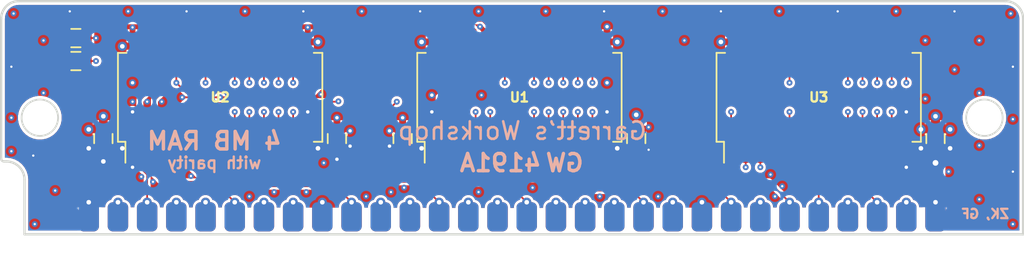
<source format=kicad_pcb>
(kicad_pcb (version 20221018) (generator pcbnew)
  (title_block (title "GW4191A") (date "2021-06-19") (rev "1.0-SOJ") (company "Garrett's Workshop"))
  (layers (0 "F.Cu" signal) (1 "In1.Cu" power) (2 "In2.Cu" signal) (31 "B.Cu" power) (34 "B.Paste" user) (35 "F.Paste" user) (36 "B.SilkS" user "B.Silkscreen") (37 "F.SilkS" user "F.Silkscreen") (38 "B.Mask" user) (39 "F.Mask" user) (44 "Edge.Cuts" user))
  (net 0 "")
  (net 1 "+5V")
  (net 2 "/D0")
  (net 3 "/D1")
  (net 4 "/~{WE}")
  (net 5 "/~{RAS}")
  (net 6 "/~{CAS}")
  (net 7 "/D2")
  (net 8 "/D3")
  (net 9 "GND")
  (net 10 "/D4")
  (net 11 "/D5")
  (net 12 "/D6")
  (net 13 "/A11")
  (net 14 "/D7")
  (net 15 "/QP")
  (net 16 "/~{CASP}")
  (net 17 "/DP")
  (net 18 "/1A0")
  (net 19 "/1A1")
  (net 20 "/1A2")
  (net 21 "/1A3")
  (net 22 "/1A4")
  (net 23 "/1A5")
  (net 24 "/1A6")
  (net 25 "/1A7")
  (net 26 "/1A8")
  (net 27 "/1A10")
  (net 28 "/1A9")
  (net 29 "/~{OE}")
  (net 30 "Net-(U3-Pad4)")
  (net 31 "Net-(U3-Pad23)")
  (footprint "stdpads:C_0805" (layer "F.Cu") (at 85.09 93.257 90)
    (fp_text reference "C1")
    (fp_text value "2u2")
  )
  (footprint "stdpads:C_0805" (layer "F.Cu") (at 105.41 93.257 90)
    (fp_text reference "C2")
    (fp_text value "2u2")
  )
  (footprint "stdpads:C_0805" (layer "F.Cu") (at 111.125 93.257 90)
    (fp_text reference "C3")
    (fp_text value "2u2")
  )
  (footprint "stdpads:C_0805" (layer "F.Cu") (at 131.445 93.257 90)
    (fp_text reference "C4")
    (fp_text value "2u2")
  )
  (footprint "stdpads:C_0805" (layer "F.Cu") (at 157.48 93.257 90)
    (fp_text reference "C5")
    (fp_text value "2u2")
  )
  (footprint "stdpads:SIMM-30_Edge" (layer "F.Cu") (at 120.65 99.822)
    (fp_text reference "J1")
    (fp_text value "DRAM-SIMM-30")
  )
  (footprint "stdpads:R_0805" (layer "F.Cu") (at 82.7 86.5 180)
    (fp_text reference "R1")
    (fp_text value "EDO")
  )
  (footprint "stdpads:R_0805" (layer "F.Cu") (at 82.7 84.5)
    (fp_text reference "R2")
    (fp_text value "FPM")
  )
  (footprint "stdpads:SOP-24-26_300mil" (layer "F.Cu") (at 121.285 89.662 90)
    (fp_text reference "U1")
    (fp_text value "4C4M4")
  )
  (footprint "stdpads:SOP-24-26_300mil" (layer "F.Cu") (at 95.25 89.662 90)
    (fp_text reference "U2")
    (fp_text value "4C4M4")
  )
  (footprint "stdpads:SOP-20-26_300mil" (layer "F.Cu") (at 147.32 89.662 90)
    (fp_text reference "U3")
    (fp_text value "4C4M1")
  )
  (gr_circle (center 79.5655 91.44) (end 77.978 91.44) (stroke (width 0.15)) (fill none) (layer "Edge.Cuts"))
  (gr_circle (center 161.7345 91.44) (end 163.322 91.44) (stroke (width 0.15)) (fill none) (layer "Edge.Cuts"))
  (gr_arc (start 163.576 81.28) (mid 164.653631 81.726369) (end 165.1 82.804) (stroke (width 0.2)) (layer "Edge.Cuts"))
  (gr_arc (start 76.2 82.804) (mid 76.646369 81.726369) (end 77.724 81.28) (stroke (width 0.2)) (layer "Edge.Cuts"))
  (gr_arc (start 76.454 95.25) (mid 76.274395 95.175605) (end 76.2 94.996) (stroke (width 0.2)) (layer "Edge.Cuts"))
  (gr_line (start 76.6445 95.25) (end 76.454 95.25) (stroke (width 0.2)) (layer "Edge.Cuts"))
  (gr_line (start 78.232 101.6) (end 78.232 96.8375) (stroke (width 0.2)) (layer "Edge.Cuts"))
  (gr_line (start 76.2 94.996) (end 76.2 82.804) (stroke (width 0.2)) (layer "Edge.Cuts"))
  (gr_arc (start 76.6445 95.25) (mid 77.767032 95.714968) (end 78.232 96.8375) (stroke (width 0.2)) (layer "Edge.Cuts"))
  (gr_line (start 77.724 81.28) (end 163.576 81.28) (stroke (width 0.2)) (layer "Edge.Cuts"))
  (gr_line (start 165.1 82.804) (end 165.1 101.6) (stroke (width 0.2)) (layer "Edge.Cuts"))
  (gr_line (start 165.1 101.6) (end 78.232 101.6) (stroke (width 0.2)) (layer "Edge.Cuts"))
  (gr_text "GW" (at 125.222 95.377) (layer "B.SilkS") (effects (font (size 1.5 1.5) (thickness 0.3)) (justify mirror)))
  (gr_text "4191A" (at 119.634 95.377) (layer "B.SilkS") (effects (font (size 1.5 1.5) (thickness 0.3)) (justify mirror)))
  (gr_text "Garrett’s Workshop" (at 121.539 92.583) (layer "B.SilkS") (effects (font (size 1.524 1.524) (thickness 0.225)) (justify mirror)))
  (gr_text "with parity" (at 94.742 95.377) (layer "B.SilkS") (effects (font (size 1.016 1.016) (thickness 0.2032)) (justify mirror)))
  (gr_text "4 MB RAM" (at 94.742 93.472) (layer "B.SilkS") (effects (font (size 1.524 1.524) (thickness 0.3)) (justify mirror)))
  (gr_text "ZK, GF" (at 161.798 99.822) (layer "B.SilkS") (effects (font (size 0.8128 0.8128) (thickness 0.2032)) (justify mirror)))
  (segment (start 112.776 94.107) (end 113.66 94.107) (width 0.508) (layer "F.Cu") (net 1))
  (segment (start 128.91 94.107) (end 128.905 94.112) (width 0.508) (layer "F.Cu") (net 1))
  (segment (start 129.794 94.107) (end 128.91 94.107) (width 0.508) (layer "F.Cu") (net 1))
  (segment (start 113.66 94.107) (end 113.665 94.112) (width 0.508) (layer "F.Cu") (net 1))
  (segment (start 157.48 95.377) (end 157.48 94.107) (width 0.762) (layer "F.Cu") (net 1))
  (segment (start 106.3625 94.107) (end 106.553 93.9165) (width 0.6) (layer "F.Cu") (net 1))
  (segment (start 154.94 93.362) (end 154.94 95.758) (width 0.6) (layer "F.Cu") (net 1))
  (segment (start 110.1725 94.107) (end 109.982 93.9165) (width 0.6) (layer "F.Cu") (net 1))
  (segment (start 85.09 94.107) (end 86.741 94.107) (width 0.762) (layer "F.Cu") (net 1))
  (segment (start 157.48 94.107) (end 158.75 94.107) (width 0.8) (layer "F.Cu") (net 1))
  (segment (start 111.125 94.107) (end 112.776 94.107) (width 0.762) (layer "F.Cu") (net 1))
  (segment (start 154.94 94.107) (end 154.94 93.362) (width 0.6) (layer "F.Cu") (net 1))
  (segment (start 157.48 94.107) (end 156.21 94.107) (width 0.8) (layer "F.Cu") (net 1))
  (segment (start 103.759 94.107) (end 102.875 94.107) (width 0.508) (layer "F.Cu") (net 1))
  (segment (start 105.41 94.107) (end 106.3625 94.107) (width 0.6) (layer "F.Cu") (net 1))
  (segment (start 131.445 94.107) (end 132.3975 94.107) (width 0.508) (layer "F.Cu") (net 1))
  (segment (start 132.3975 94.107) (end 132.5245 94.234) (width 0.508) (layer "F.Cu") (net 1))
  (segment (start 85.09 94.107) (end 83.82 94.107) (width 0.762) (layer "F.Cu") (net 1))
  (segment (start 128.905 94.112) (end 128.905 90.932) (width 0.6) (layer "F.Cu") (net 1))
  (segment (start 102.87 94.112) (end 102.87 90.932) (width 0.6) (layer "F.Cu") (net 1))
  (segment (start 113.665 94.112) (end 113.665 90.932) (width 0.6) (layer "F.Cu") (net 1))
  (segment (start 102.875 94.107) (end 102.87 94.112) (width 0.508) (layer "F.Cu") (net 1))
  (segment (start 157.48 98.806) (end 157.48 95.377) (width 1.27) (layer "F.Cu") (net 1))
  (segment (start 87.63 94.112) (end 87.63 90.932) (width 0.6) (layer "F.Cu") (net 1))
  (segment (start 86.741 94.107) (end 87.625 94.107) (width 0.508) (layer "F.Cu") (net 1))
  (segment (start 154.94 93.362) (end 154.94 90.932) (width 0.6) (layer "F.Cu") (net 1))
  (segment (start 105.41 94.107) (end 103.759 94.107) (width 0.762) (layer "F.Cu") (net 1))
  (segment (start 85.09 94.107) (end 85.09 95.25) (width 0.762) (layer "F.Cu") (net 1))
  (segment (start 131.445 94.107) (end 129.794 94.107) (width 0.762) (layer "F.Cu") (net 1))
  (segment (start 156.21 94.107) (end 154.94 94.107) (width 0.6) (layer "F.Cu") (net 1))
  (segment (start 105.41 94.107) (end 105.41 95.0595) (width 0.6) (layer "F.Cu") (net 1))
  (segment (start 87.63 94.112) (end 87.63 95.758) (width 0.6) (layer "F.Cu") (net 1))
  (segment (start 87.625 94.107) (end 87.63 94.112) (width 0.508) (layer "F.Cu") (net 1))
  (segment (start 111.125 94.107) (end 110.1725 94.107) (width 0.6) (layer "F.Cu") (net 1))
  (via (at 129.794 94.107) (size 0.8) (drill 0.4) (layers "F.Cu" "B.Cu") (net 1))
  (via (at 112.776 94.107) (size 0.8) (drill 0.4) (layers "F.Cu" "B.Cu") (net 1))
  (via (at 77.089 86.995) (size 0.508) (drill 0.2) (layers "F.Cu" "B.Cu") (net 1))
  (via (at 164.211 86.995) (size 0.508) (drill 0.2) (layers "F.Cu" "B.Cu") (net 1))
  (via (at 164.211 96.139) (size 0.508) (drill 0.2) (layers "F.Cu" "B.Cu") (net 1))
  (via (at 78.994 94.742) (size 0.508) (drill 0.2) (layers "F.Cu" "B.Cu") (net 1))
  (via (at 159.131 82.169) (size 0.508) (drill 0.2) (layers "F.Cu" "B.Cu") (net 1))
  (via (at 148.971 82.169) (size 0.508) (drill 0.2) (layers "F.Cu" "B.Cu") (net 1))
  (via (at 92.329 82.169) (size 0.508) (drill 0.2) (layers "F.Cu" "B.Cu") (net 1))
  (via (at 102.489 82.169) (size 0.508) (drill 0.2) (layers "F.Cu" "B.Cu") (net 1))
  (via (at 138.811 82.169) (size 0.508) (drill 0.2) (layers "F.Cu" "B.Cu") (net 1))
  (via (at 82.169 82.169) (size 0.508) (drill 0.2) (layers "F.Cu" "B.Cu") (net 1))
  (via (at 112.649 82.169) (size 0.508) (drill 0.2) (layers "F.Cu" "B.Cu") (net 1))
  (via (at 128.651 82.169) (size 0.508) (drill 0.2) (layers "F.Cu" "B.Cu") (net 1))
  (via (at 85.09 95.25) (size 0.8) (drill 0.4) (layers "F.Cu" "B.Cu") (net 1))
  (via (at 158.75 94.107) (size 0.8) (drill 0.4) (layers "F.Cu" "B.Cu") (net 1))
  (via (at 103.759 94.107) (size 0.8) (drill 0.4) (layers "F.Cu" "B.Cu") (net 1))
  (via (at 105.41 95.0595) (size 0.6) (drill 0.3) (layers "F.Cu" "B.Cu") (net 1))
  (via (at 132.5245 94.234) (size 0.508) (drill 0.2) (layers "F.Cu" "B.Cu") (net 1))
  (via (at 128.905 90.932) (size 0.6) (drill 0.3) (layers "F.Cu" "B.Cu") (net 1))
  (via (at 83.82 94.107) (size 0.8) (drill 0.4) (layers "F.Cu" "B.Cu") (net 1))
  (via (at 87.63 90.932) (size 0.6) (drill 0.3) (layers "F.Cu" "B.Cu") (net 1))
  (via (at 102.87 90.932) (size 0.6) (drill 0.3) (layers "F.Cu" "B.Cu") (net 1))
  (via (at 87.63 95.758) (size 0.6) (drill 0.3) (layers "F.Cu" "B.Cu") (net 1))
  (via (at 154.94 90.932) (size 0.6) (drill 0.3) (layers "F.Cu" "B.Cu") (net 1))
  (via (at 86.741 94.107) (size 0.8) (drill 0.4) (layers "F.Cu" "B.Cu") (net 1))
  (via (at 156.21 94.107) (size 0.8) (drill 0.4) (layers "F.Cu" "B.Cu") (net 1))
  (via (at 154.94 95.758) (size 0.6) (drill 0.3) (layers "F.Cu" "B.Cu") (net 1))
  (via (at 106.553 93.9165) (size 0.6) (drill 0.3) (layers "F.Cu" "B.Cu") (net 1))
  (via (at 109.982 93.9165) (size 0.6) (drill 0.3) (layers "F.Cu" "B.Cu") (net 1))
  (via (at 157.48 95.377) (size 1) (drill 0.5) (layers "F.Cu" "B.Cu") (net 1))
  (via (at 113.665 90.932) (size 0.6) (drill 0.3) (layers "F.Cu" "B.Cu") (net 1))
  (segment (start 88.9 98.806) (end 88.9 96.393) (width 0.1524) (layer "F.Cu") (net 2))
  (segment (start 88.265 95.758) (end 88.265 89.916) (width 0.1524) (layer "F.Cu") (net 2))
  (segment (start 88.265 89.916) (end 88.9 89.281) (width 0.1524) (layer "F.Cu") (net 2))
  (segment (start 88.9 96.393) (end 88.265 95.758) (width 0.1524) (layer "F.Cu") (net 2))
  (segment (start 88.9 89.281) (end 88.9 85.962) (width 0.1524) (layer "F.Cu") (net 2))
  (segment (start 95.504 97.79) (end 90.932 97.79) (width 0.1524) (layer "F.Cu") (net 3))
  (segment (start 96.52 98.806) (end 95.504 97.79) (width 0.1524) (layer "F.Cu") (net 3))
  (segment (start 90.932 97.79) (end 88.9 95.758) (width 0.1524) (layer "F.Cu") (net 3))
  (segment (start 88.9 95.758) (end 88.9 94.112) (width 0.1524) (layer "F.Cu") (net 3))
  (segment (start 117.475 94.112) (end 117.475 90.932) (width 0.1524) (layer "F.Cu") (net 4))
  (segment (start 94.869 90.043) (end 92.329 90.043) (width 0.1524) (layer "F.Cu") (net 4))
  (segment (start 105.537 90.01125) (end 105.50525 90.043) (width 0.1524) (layer "F.Cu") (net 4))
  (segment (start 91.44 90.932) (end 91.44 94.112) (width 0.1524) (layer "F.Cu") (net 4))
  (segment (start 95.631 90.043) (end 95.504 90.17) (width 0.1524) (layer "F.Cu") (net 4))
  (segment (start 94.996 90.17) (end 94.869 90.043) (width 0.1524) (layer "F.Cu") (net 4))
  (segment (start 105.50525 90.043) (end 95.631 90.043) (width 0.1524) (layer "F.Cu") (net 4))
  (segment (start 140.97 93.362) (end 140.97 95.758) (width 0.1524) (layer "F.Cu") (net 4))
  (segment (start 95.504 90.17) (end 94.996 90.17) (width 0.1524) (layer "F.Cu") (net 4))
  (segment (start 92.329 90.043) (end 91.44 90.932) (width 0.1524) (layer "F.Cu") (net 4))
  (via (at 117.475 90.932) (size 0.508) (drill 0.2) (layers "F.Cu" "B.Cu") (net 4))
  (via (at 105.537 90.01125) (size 0.508) (drill 0.2) (layers "F.Cu" "B.Cu") (net 4))
  (via (at 140.97 95.758) (size 0.508) (drill 0.2) (layers "F.Cu" "B.Cu") (net 4))
  (segment (start 118.745 94.112) (end 118.745 90.932) (width 0.1524) (layer "F.Cu") (net 5))
  (segment (start 108.331 92.329) (end 108.331 94.107) (width 0.1524) (layer "F.Cu") (net 5))
  (segment (start 142.24 93.362) (end 142.24 95.758) (width 0.1524) (layer "F.Cu") (net 5))
  (segment (start 108.331 94.107) (end 106.045 96.393) (width 0.1524) (layer "F.Cu") (net 5))
  (segment (start 106.045 96.393) (end 93.345 96.393) (width 0.1524) (layer "F.Cu") (net 5))
  (segment (start 92.71 95.758) (end 92.71 93.362) (width 0.1524) (layer "F.Cu") (net 5))
  (segment (start 93.345 96.393) (end 92.71 95.758) (width 0.1524) (layer "F.Cu") (net 5))
  (segment (start 110.617 90.043) (end 108.331 92.329) (width 0.1524) (layer "F.Cu") (net 5))
  (via (at 118.745 90.932) (size 0.508) (drill 0.2) (layers "F.Cu" "B.Cu") (net 5))
  (via (at 110.617 90.043) (size 0.508) (drill 0.2) (layers "F.Cu" "B.Cu") (net 5))
  (via (at 142.24 95.758) (size 0.508) (drill 0.2) (layers "F.Cu" "B.Cu") (net 5))
  (segment (start 103.3145 89.281) (end 95.631 89.281) (width 0.1524) (layer "F.Cu") (net 6))
  (segment (start 117.475 83.82) (end 116.967 83.312) (width 0.1524) (layer "F.Cu") (net 6))
  (segment (start 116.967 83.312) (end 109.2835 83.312) (width 0.1524) (layer "F.Cu") (net 6))
  (segment (start 94.996 89.154) (end 94.869 89.281) (width 0.1524) (layer "F.Cu") (net 6))
  (segment (start 109.2835 83.312) (end 103.3145 89.281) (width 0.1524) (layer "F.Cu") (net 6))
  (segment (start 84.45 86.5) (end 83.65 86.5) (width 0.1524) (layer "F.Cu") (net 6))
  (segment (start 95.631 89.281) (end 95.504 89.154) (width 0.1524) (layer "F.Cu") (net 6))
  (segment (start 95.504 89.154) (end 94.996 89.154) (width 0.1524) (layer "F.Cu") (net 6))
  (segment (start 91.44 88.392) (end 91.44 85.212) (width 0.1524) (layer "F.Cu") (net 6))
  (segment (start 94.869 89.281) (end 92.329 89.281) (width 0.1524) (layer "F.Cu") (net 6))
  (segment (start 117.475 85.212) (end 117.475 83.82) (width 0.1524) (layer "F.Cu") (net 6))
  (segment (start 92.329 89.281) (end 91.44 88.392) (width 0.1524) (layer "F.Cu") (net 6))
  (via (at 91.44 88.392) (size 0.508) (drill 0.2) (layers "F.Cu" "B.Cu") (net 6))
  (via (at 84.45 86.5) (size 0.508) (drill 0.2) (layers "F.Cu" "B.Cu") (net 6))
  (segment (start 90.17 85.212) (end 90.17 89.281) (width 0.1524) (layer "F.Cu") (net 7))
  (segment (start 90.17 89.281) (end 89.535 89.916) (width 0.1524) (layer "F.Cu") (net 7))
  (segment (start 89.535 95.758) (end 91.186 97.409) (width 0.1524) (layer "F.Cu") (net 7))
  (segment (start 105.283 97.409) (end 106.68 98.806) (width 0.1524) (layer "F.Cu") (net 7))
  (segment (start 91.186 97.409) (end 105.283 97.409) (width 0.1524) (layer "F.Cu") (net 7))
  (segment (start 89.535 89.916) (end 89.535 95.758) (width 0.1524) (layer "F.Cu") (net 7))
  (segment (start 90.17 94.112) (end 90.17 95.758) (width 0.1524) (layer "F.Cu") (net 8))
  (segment (start 112.522 97.028) (end 114.3 98.806) (width 0.1524) (layer "F.Cu") (net 8))
  (segment (start 90.17 95.758) (end 91.44 97.028) (width 0.1524) (layer "F.Cu") (net 8))
  (segment (start 91.44 97.028) (end 112.522 97.028) (width 0.1524) (layer "F.Cu") (net 8))
  (segment (start 129.794 84.836) (end 129.032 84.836) (width 0.6) (layer "F.Cu") (net 9))
  (segment (start 128.905 84.963) (end 128.905 85.962) (width 0.6) (layer "F.Cu") (net 9))
  (segment (start 129.032 84.836) (end 128.905 84.963) (width 0.6) (layer "F.Cu") (net 9))
  (segment (start 138.811 84.836) (end 139.62859 84.836) (width 0.6) (layer "F.Cu") (net 9))
  (segment (start 139.7 84.90741) (end 139.7 85.962) (width 0.6) (layer "F.Cu") (net 9))
  (segment (start 139.62859 84.836) (end 139.7 84.90741) (width 0.6) (layer "F.Cu") (net 9))
  (segment (start 113.665 84.90741) (end 113.665 85.962) (width 0.6) (layer "F.Cu") (net 9))
  (segment (start 83.869 92.407) (end 83.82 92.456) (width 0.762) (layer "F.Cu") (net 9))
  (segment (start 102.87 85.212) (end 102.87 83.566) (width 0.508) (layer "F.Cu") (net 9))
  (segment (start 156.259 92.407) (end 156.21 92.456) (width 0.8) (layer "F.Cu") (net 9))
  (segment (start 128.905 85.212) (end 128.905 88.392) (width 0.6) (layer "F.Cu") (net 9))
  (segment (start 158.701 92.407) (end 158.75 92.456) (width 0.8) (layer "F.Cu") (net 9))
  (segment (start 131.445 92.407) (end 132.383 92.407) (width 0.508) (layer "F.Cu") (net 9))
  (segment (start 132.383 92.407) (end 132.5245 92.2655) (width 0.508) (layer "F.Cu") (net 9))
  (segment (start 103.759 84.836) (end 102.997 84.836) (width 0.6) (layer "F.Cu") (net 9))
  (segment (start 131.445 92.407) (end 131.445 91.186) (width 0.762) (layer "F.Cu") (net 9))
  (segment (start 157.48 92.407) (end 158.701 92.407) (width 0.8) (layer "F.Cu") (net 9))
  (segment (start 105.41 92.407) (end 105.41 91.44) (width 0.6) (layer "F.Cu") (net 9))
  (segment (start 105.41 92.407) (end 106.377 92.407) (width 0.6) (layer "F.Cu") (net 9))
  (segment (start 87.63 85.212) (end 87.63 88.392) (width 0.6) (layer "F.Cu") (net 9))
  (segment (start 86.746 85.212) (end 86.741 85.217) (width 0.6) (layer "F.Cu") (net 9))
  (segment (start 112.776 84.836) (end 113.59359 84.836) (width 0.6) (layer "F.Cu") (net 9))
  (segment (start 102.87 84.963) (end 102.87 85.962) (width 0.6) (layer "F.Cu") (net 9))
  (segment (start 128.905 83.5025) (end 128.905 85.212) (width 0.6) (layer "F.Cu") (net 9))
  (segment (start 102.997 84.836) (end 102.87 84.963) (width 0.6) (layer "F.Cu") (net 9))
  (segment (start 113.59359 84.836) (end 113.665 84.90741) (width 0.6) (layer "F.Cu") (net 9))
  (segment (start 113.665 85.962) (end 113.665 89.4715) (width 0.6) (layer "F.Cu") (net 9))
  (segment (start 87.63 85.212) (end 86.746 85.212) (width 0.6) (layer "F.Cu") (net 9))
  (segment (start 157.48 92.407) (end 156.259 92.407) (width 0.8) (layer "F.Cu") (net 9))
  (segment (start 111.125 92.407) (end 111.125 91.44) (width 0.6) (layer "F.Cu") (net 9))
  (segment (start 87.63 85.212) (end 87.63 83.566) (width 0.508) (layer "F.Cu") (net 9))
  (segment (start 85.09 92.407) (end 83.869 92.407) (width 0.762) (layer "F.Cu") (net 9))
  (segment (start 106.377 92.407) (end 106.553 92.583) (width 0.6) (layer "F.Cu") (net 9))
  (segment (start 83.65 84.5) (end 84.45 84.5) (width 0.1524) (layer "F.Cu") (net 9))
  (segment (start 157.48 92.407) (end 157.48 91.313) (width 0.8) (layer "F.Cu") (net 9))
  (segment (start 85.09 92.407) (end 85.09 91.313) (width 0.762) (layer "F.Cu") (net 9))
  (segment (start 110.158 92.407) (end 109.982 92.583) (width 0.6) (layer "F.Cu") (net 9))
  (segment (start 111.125 92.407) (end 110.158 92.407) (width 0.6) (layer "F.Cu") (net 9))
  (via (at 104.267 95.377) (size 0.508) (drill 0.2) (layers "F.Cu" "B.Cu") (net 9))
  (via (at 95.25 89.662) (size 0.508) (drill 0.2) (layers "F.Cu" "B.Cu") (net 9))
  (via (at 92.71 96.52) (size 0.508) (drill 0.2) (layers "F.Cu" "B.Cu") (net 9))
  (via (at 111.252 97.536) (size 0.508) (drill 0.2) (layers "F.Cu" "B.Cu") (net 9))
  (via (at 117.729 97.917) (size 0.508) (drill 0.2) (layers "F.Cu" "B.Cu") (net 9))
  (via (at 89.408 97.028) (size 0.508) (drill 0.2) (layers "F.Cu" "B.Cu") (net 9))
  (via (at 88.392 96.5835) (size 0.508) (drill 0.2) (layers "F.Cu" "B.Cu") (net 9))
  (via (at 144.145 97.409) (size 0.508) (drill 0.2) (layers "F.Cu" "B.Cu") (net 9))
  (via (at 143.129 96.393) (size 0.508) (drill 0.2) (layers "F.Cu" "B.Cu") (net 9))
  (via (at 88.9 90.043) (size 0.508) (drill 0.2) (layers "F.Cu" "B.Cu") (net 9))
  (via (at 87.63 90.043) (size 0.508) (drill 0.2) (layers "F.Cu" "B.Cu") (net 9))
  (via (at 90.17 90.043) (size 0.508) (drill 0.2) (layers "F.Cu" "B.Cu") (net 9))
  (via (at 91.948 89.662) (size 0.508) (drill 0.2) (layers "F.Cu" "B.Cu") (net 9))
  (via (at 117.983 89.4715) (size 0.508) (drill 0.2) (layers "F.Cu" "B.Cu") (net 9))
  (via (at 122.428 97.536) (size 0.508) (drill 0.2) (layers "F.Cu" "B.Cu") (net 9))
  (via (at 164.0205 82.3595) (size 0.508) (drill 0.2) (layers "F.Cu" "B.Cu") (net 9))
  (via (at 164.211 100.711) (size 0.508) (drill 0.2) (layers "F.Cu" "B.Cu") (net 9))
  (via (at 79.121 100.711) (size 0.508) (drill 0.2) (layers "F.Cu" "B.Cu") (net 9))
  (via (at 77.089 91.44) (size 0.508) (drill 0.2) (layers "F.Cu" "B.Cu") (net 9))
  (via (at 79.883 84.709) (size 0.508) (drill 0.2) (layers "F.Cu" "B.Cu") (net 9))
  (via (at 161.29 84.709) (size 0.508) (drill 0.2) (layers "F.Cu" "B.Cu") (net 9))
  (via (at 161.29 89.281) (size 0.508) (drill 0.2) (layers "F.Cu" "B.Cu") (net 9))
  (via (at 161.29 93.853) (size 0.508) (drill 0.2) (layers "F.Cu" "B.Cu") (net 9))
  (via (at 161.29 98.552) (size 0.508) (drill 0.2) (layers "F.Cu" "B.Cu") (net 9))
  (via (at 80.899 97.79) (size 0.508) (drill 0.2) (layers "F.Cu" "B.Cu") (net 9))
  (via (at 79.883 89.281) (size 0.508) (drill 0.2) (layers "F.Cu" "B.Cu") (net 9))
  (via (at 133.35 98.298) (size 0.508) (drill 0.2) (layers "F.Cu" "B.Cu") (net 9))
  (via (at 110.109 97.917) (size 0.508) (drill 0.2) (layers "F.Cu" "B.Cu") (net 9))
  (via (at 102.743 97.917) (size 0.508) (drill 0.2) (layers "F.Cu" "B.Cu") (net 9))
  (via (at 99.949 97.917) (size 0.508) (drill 0.2) (layers "F.Cu" "B.Cu") (net 9))
  (via (at 97.79 98.298) (size 0.508) (drill 0.2) (layers "F.Cu" "B.Cu") (net 9))
  (via (at 158.623 96.139) (size 0.508) (drill 0.2) (layers "F.Cu" "B.Cu") (net 9))
  (via (at 104.013 89.408) (size 0.508) (drill 0.2) (layers "F.Cu" "B.Cu") (net 9))
  (via (at 164.211 91.567) (size 0.508) (drill 0.2) (layers "F.Cu" "B.Cu") (net 9))
  (via (at 156.591 89.789) (size 0.508) (drill 0.2) (layers "F.Cu" "B.Cu") (net 9))
  (via (at 159.131 87.249) (size 0.508) (drill 0.2) (layers "F.Cu" "B.Cu") (net 9))
  (via (at 156.591 84.709) (size 0.508) (drill 0.2) (layers "F.Cu" "B.Cu") (net 9))
  (via (at 77.2795 82.3595) (size 0.508) (drill 0.2) (layers "F.Cu" "B.Cu") (net 9))
  (via (at 154.051 82.169) (size 0.508) (drill 0.2) (layers "F.Cu" "B.Cu") (net 9))
  (via (at 87.249 82.169) (size 0.508) (drill 0.2) (layers "F.Cu" "B.Cu") (net 9))
  (via (at 97.409 82.169) (size 0.508) (drill 0.2) (layers "F.Cu" "B.Cu") (net 9))
  (via (at 143.891 82.169) (size 0.508) (drill 0.2) (layers "F.Cu" "B.Cu") (net 9))
  (via (at 117.856 83.5025) (size 0.508) (drill 0.2) (layers "F.Cu" "B.Cu") (net 9))
  (via (at 107.569 82.169) (size 0.508) (drill 0.2) (layers "F.Cu" "B.Cu") (net 9))
  (via (at 117.729 82.169) (size 0.508) (drill 0.2) (layers "F.Cu" "B.Cu") (net 9))
  (via (at 123.571 82.169) (size 0.508) (drill 0.2) (layers "F.Cu" "B.Cu") (net 9))
  (via (at 133.731 82.169) (size 0.508) (drill 0.2) (layers "F.Cu" "B.Cu") (net 9))
  (via (at 129.794 84.836) (size 0.8) (drill 0.4) (layers "F.Cu" "B.Cu") (net 9))
  (via (at 128.27 98.298) (size 0.508) (drill 0.2) (layers "F.Cu" "B.Cu") (net 9))
  (via (at 107.95 98.298) (size 0.508) (drill 0.2) (layers "F.Cu" "B.Cu") (net 9))
  (via (at 143.51 98.298) (size 0.508) (drill 0.2) (layers "F.Cu" "B.Cu") (net 9))
  (via (at 138.811 84.836) (size 0.8) (drill 0.4) (layers "F.Cu" "B.Cu") (net 9))
  (via (at 135.636 84.709) (size 0.508) (drill 0.2) (layers "F.Cu" "B.Cu") (net 9))
  (via (at 77.089 94.361) (size 0.508) (drill 0.2) (layers "F.Cu" "B.Cu") (net 9))
  (via (at 128.905 83.5025) (size 0.6) (drill 0.3) (layers "F.Cu" "B.Cu") (net 9))
  (via (at 131.445 91.186) (size 0.8) (drill 0.4) (layers "F.Cu" "B.Cu") (net 9))
  (via (at 132.5245 92.2655) (size 0.508) (drill 0.2) (layers "F.Cu" "B.Cu") (net 9))
  (via (at 158.75 92.456) (size 0.8) (drill 0.4) (layers "F.Cu" "B.Cu") (net 9))
  (via (at 106.553 92.583) (size 0.6) (drill 0.3) (layers "F.Cu" "B.Cu") (net 9))
  (via (at 85.09 91.313) (size 0.8) (drill 0.4) (layers "F.Cu" "B.Cu") (net 9))
  (via (at 86.741 85.217) (size 0.8) (drill 0.4) (layers "F.Cu" "B.Cu") (net 9))
  (via (at 87.63 83.566) (size 0.508) (drill 0.2) (layers "F.Cu" "B.Cu") (net 9))
  (via (at 113.665 89.4715) (size 0.6) (drill 0.3) (layers "F.Cu" "B.Cu") (net 9))
  (via (at 128.905 88.392) (size 0.6) (drill 0.3) (layers "F.Cu" "B.Cu") (net 9))
  (via (at 87.63 88.392) (size 0.6) (drill 0.3) (layers "F.Cu" "B.Cu") (net 9))
  (via (at 157.48 91.313) (size 0.8) (drill 0.4) (layers "F.Cu" "B.Cu") (net 9))
  (via (at 84.45 84.5) (size 0.508) (drill 0.2) (layers "F.Cu" "B.Cu") (net 9))
  (via (at 112.776 84.836) (size 0.8) (drill 0.4) (layers "F.Cu" "B.Cu") (net 9))
  (via (at 111.125 91.44) (size 0.6) (drill 0.3) (layers "F.Cu" "B.Cu") (net 9))
  (via (at 109.982 92.583) (size 0.6) (drill 0.3) (layers "F.Cu" "B.Cu") (net 9))
  (via (at 102.87 83.566) (size 0.508) (drill 0.2) (layers "F.Cu" "B.Cu") (net 9))
  (via (at 83.82 92.456) (size 0.8) (drill 0.4) (layers "F.Cu" "B.Cu") (net 9))
  (via (at 156.21 92.456) (size 0.8) (drill 0.4) (layers "F.Cu" "B.Cu") (net 9))
  (via (at 105.41 91.44) (size 0.6) (drill 0.3) (layers "F.Cu" "B.Cu") (net 9))
  (via (at 103.759 84.836) (size 0.8) (drill 0.4) (layers "F.Cu" "B.Cu") (net 9))
  (segment (start 115.697 97.155) (end 120.269 97.155) (width 0.1524) (layer "F.Cu") (net 10))
  (segment (start 120.269 97.155) (end 121.92 98.806) (width 0.1524) (layer "F.Cu") (net 10))
  (segment (start 114.3 89.662) (end 114.3 95.758) (width 0.1524) (layer "F.Cu") (net 10))
  (segment (start 114.3 95.758) (end 115.697 97.155) (width 0.1524) (layer "F.Cu") (net 10))
  (segment (start 114.935 89.027) (end 114.3 89.662) (width 0.1524) (layer "F.Cu") (net 10))
  (segment (start 114.935 85.962) (end 114.935 89.027) (width 0.1524) (layer "F.Cu") (net 10))
  (segment (start 124.206 97.79) (end 131.064 97.79) (width 0.1524) (layer "F.Cu") (net 11))
  (segment (start 115.951 96.774) (end 123.19 96.774) (width 0.1524) (layer "F.Cu") (net 11))
  (segment (start 123.19 96.774) (end 124.206 97.79) (width 0.1524) (layer "F.Cu") (net 11))
  (segment (start 131.064 97.79) (end 132.08 98.806) (width 0.1524) (layer "F.Cu") (net 11))
  (segment (start 114.935 93.362) (end 114.935 95.758) (width 0.1524) (layer "F.Cu") (net 11))
  (segment (start 114.935 95.758) (end 115.951 96.774) (width 0.1524) (layer "F.Cu") (net 11))
  (segment (start 116.205 89.027) (end 115.57 89.662) (width 0.1524) (layer "F.Cu") (net 12))
  (segment (start 115.57 89.662) (end 115.57 95.758) (width 0.1524) (layer "F.Cu") (net 12))
  (segment (start 123.317 96.393) (end 124.333 97.409) (width 0.1524) (layer "F.Cu") (net 12))
  (segment (start 138.303 97.409) (end 139.7 98.806) (width 0.1524) (layer "F.Cu") (net 12))
  (segment (start 115.57 95.758) (end 116.205 96.393) (width 0.1524) (layer "F.Cu") (net 12))
  (segment (start 124.333 97.409) (end 138.303 97.409) (width 0.1524) (layer "F.Cu") (net 12))
  (segment (start 116.205 96.393) (end 123.317 96.393) (width 0.1524) (layer "F.Cu") (net 12))
  (segment (start 116.205 85.212) (end 116.205 89.027) (width 0.1524) (layer "F.Cu") (net 12))
  (segment (start 123.444 96.012) (end 124.46 97.028) (width 0.1524) (layer "F.Cu") (net 14))
  (segment (start 124.46 97.028) (end 143.002 97.028) (width 0.1524) (layer "F.Cu") (net 14))
  (segment (start 116.459 96.012) (end 123.444 96.012) (width 0.1524) (layer "F.Cu") (net 14))
  (segment (start 116.205 93.362) (end 116.205 95.758) (width 0.1524) (layer "F.Cu") (net 14))
  (segment (start 143.002 97.028) (end 144.78 98.806) (width 0.1524) (layer "F.Cu") (net 14))
  (segment (start 116.205 95.758) (end 116.459 96.012) (width 0.1524) (layer "F.Cu") (net 14))
  (segment (start 147.32 92.075) (end 147.32 98.806) (width 0.1524) (layer "F.Cu") (net 15))
  (segment (start 140.97 88.138) (end 142.875 90.043) (width 0.1524) (layer "F.Cu") (net 15))
  (segment (start 142.875 90.043) (end 145.288 90.043) (width 0.1524) (layer "F.Cu") (net 15))
  (segment (start 140.97 85.962) (end 140.97 88.138) (width 0.1524) (layer "F.Cu") (net 15))
  (segment (start 145.288 90.043) (end 147.32 92.075) (width 0.1524) (layer "F.Cu") (net 15))
  (segment (start 150.749 97.155) (end 152.4 98.806) (width 0.1524) (layer "F.Cu") (net 16))
  (segment (start 148.082 91.694) (end 148.082 95.377) (width 0.1524) (layer "F.Cu") (net 16))
  (segment (start 148.082 95.377) (end 149.86 97.155) (width 0.1524) (layer "F.Cu") (net 16))
  (segment (start 143.383 89.281) (end 145.669 89.281) (width 0.1524) (layer "F.Cu") (net 16))
  (segment (start 149.86 97.155) (end 150.749 97.155) (width 0.1524) (layer "F.Cu") (net 16))
  (segment (start 145.669 89.281) (end 148.082 91.694) (width 0.1524) (layer "F.Cu") (net 16))
  (segment (start 142.24 88.138) (end 143.383 89.281) (width 0.1524) (layer "F.Cu") (net 16))
  (segment (start 142.24 85.962) (end 142.24 88.138) (width 0.1524) (layer "F.Cu") (net 16))
  (segment (start 139.7 93.362) (end 139.7 90.932) (width 0.1524) (layer "F.Cu") (net 17))
  (via (at 139.7 90.932) (size 0.508) (drill 0.2) (layers "F.Cu" "B.Cu") (net 17))
  (segment (start 100.33 94.112) (end 100.33 90.932) (width 0.1524) (layer "F.Cu") (net 18))
  (segment (start 123.825 93.362) (end 123.825 90.932) (width 0.1524) (layer "F.Cu") (net 18))
  (segment (start 149.86 93.362) (end 149.86 90.932) (width 0.1524) (layer "F.Cu") (net 18))
  (via (at 123.825 90.932) (size 0.508) (drill 0.2) (layers "F.Cu" "B.Cu") (net 18))
  (via (at 149.86 90.932) (size 0.508) (drill 0.2) (layers "F.Cu" "B.Cu") (net 18))
  (via (at 100.33 90.932) (size 0.508) (drill 0.2) (layers "F.Cu" "B.Cu") (net 18))
  (segment (start 99.06 90.932) (end 99.06 93.362) (width 0.1524) (layer "F.Cu") (net 19))
  (segment (start 125.095 94.112) (end 125.095 90.932) (width 0.1524) (layer "F.Cu") (net 19))
  (segment (start 151.13 93.362) (end 151.13 90.932) (width 0.1524) (layer "F.Cu") (net 19))
  (via (at 125.095 90.932) (size 0.508) (drill 0.2) (layers "F.Cu" "B.Cu") (net 19))
  (via (at 151.13 90.932) (size 0.508) (drill 0.2) (layers "F.Cu" "B.Cu") (net 19))
  (via (at 99.06 90.932) (size 0.508) (drill 0.2) (layers "F.Cu" "B.Cu") (net 19))
  (segment (start 126.365 94.112) (end 126.365 90.932) (width 0.1524) (layer "F.Cu") (net 20))
  (segment (start 97.79 90.932) (end 97.79 93.362) (width 0.1524) (layer "F.Cu") (net 20))
  (segment (start 152.4 93.362) (end 152.4 90.932) (width 0.1524) (layer "F.Cu") (net 20))
  (via (at 97.79 90.932) (size 0.508) (drill 0.2) (layers "F.Cu" "B.Cu") (net 20))
  (via (at 152.4 90.932) (size 0.508) (drill 0.2) (layers "F.Cu" "B.Cu") (net 20))
  (via (at 126.365 90.932) (size 0.508) (drill 0.2) (layers "F.Cu" "B.Cu") (net 20))
  (segment (start 153.67 93.362) (end 153.67 90.932) (width 0.1524) (layer "F.Cu") (net 21))
  (segment (start 96.52 90.932) (end 96.52 93.362) (width 0.1524) (layer "F.Cu") (net 21))
  (segment (start 127.635 94.112) (end 127.635 90.932) (width 0.1524) (layer "F.Cu") (net 21))
  (via (at 153.67 90.932) (size 0.508) (drill 0.2) (layers "F.Cu" "B.Cu") (net 21))
  (via (at 127.635 90.932) (size 0.508) (drill 0.2) (layers "F.Cu" "B.Cu") (net 21))
  (via (at 96.52 90.932) (size 0.508) (drill 0.2) (layers "F.Cu" "B.Cu") (net 21))
  (segment (start 154.94 85.962) (end 154.94 88.392) (width 0.1524) (layer "F.Cu") (net 22))
  (segment (start 127.635 85.212) (end 127.635 88.392) (width 0.1524) (layer "F.Cu") (net 22))
  (segment (start 93.98 85.212) (end 93.98 88.392) (width 0.1524) (layer "F.Cu") (net 22))
  (via (at 154.94 88.392) (size 0.508) (drill 0.2) (layers "F.Cu" "B.Cu") (net 22))
  (via (at 93.98 88.392) (size 0.508) (drill 0.2) (layers "F.Cu" "B.Cu") (net 22))
  (via (at 127.635 88.392) (size 0.508) (drill 0.2) (layers "F.Cu" "B.Cu") (net 22))
  (segment (start 153.67 85.962) (end 153.67 88.392) (width 0.1524) (layer "F.Cu") (net 23))
  (segment (start 126.365 85.962) (end 126.365 88.392) (width 0.1524) (layer "F.Cu") (net 23))
  (segment (start 96.52 88.392) (end 96.52 85.962) (width 0.1524) (layer "F.Cu") (net 23))
  (via (at 153.67 88.392) (size 0.508) (drill 0.2) (layers "F.Cu" "B.Cu") (net 23))
  (via (at 126.365 88.392) (size 0.508) (drill 0.2) (layers "F.Cu" "B.Cu") (net 23))
  (via (at 96.52 88.392) (size 0.508) (drill 0.2) (layers "F.Cu" "B.Cu") (net 23))
  (segment (start 97.79 88.392) (end 97.79 85.962) (width 0.1524) (layer "F.Cu") (net 24))
  (segment (start 125.095 85.212) (end 125.095 88.392) (width 0.1524) (layer "F.Cu") (net 24))
  (segment (start 152.4 85.962) (end 152.4 88.392) (width 0.1524) (layer "F.Cu") (net 24))
  (via (at 97.79 88.392) (size 0.508) (drill 0.2) (layers "F.Cu" "B.Cu") (net 24))
  (via (at 152.4 88.392) (size 0.508) (drill 0.2) (layers "F.Cu" "B.Cu") (net 24))
  (via (at 125.095 88.392) (size 0.508) (drill 0.2) (layers "F.Cu" "B.Cu") (net 24))
  (segment (start 151.13 85.962) (end 151.13 88.392) (width 0.1524) (layer "F.Cu") (net 25))
  (segment (start 99.06 88.392) (end 99.06 85.962) (width 0.1524) (layer "F.Cu") (net 25))
  (segment (start 123.825 85.212) (end 123.825 88.392) (width 0.1524) (layer "F.Cu") (net 25))
  (via (at 123.825 88.392) (size 0.508) (drill 0.2) (layers "F.Cu" "B.Cu") (net 25))
  (via (at 99.06 88.392) (size 0.508) (drill 0.2) (layers "F.Cu" "B.Cu") (net 25))
  (via (at 151.13 88.392) (size 0.508) (drill 0.2) (layers "F.Cu" "B.Cu") (net 25))
  (segment (start 100.33 85.212) (end 100.33 88.392) (width 0.1524) (layer "F.Cu") (net 26))
  (segment (start 149.86 85.962) (end 149.86 88.392) (width 0.1524) (layer "F.Cu") (net 26))
  (segment (start 122.555 85.212) (end 122.555 88.392) (width 0.1524) (layer "F.Cu") (net 26))
  (via (at 149.86 88.392) (size 0.508) (drill 0.2) (layers "F.Cu" "B.Cu") (net 26))
  (via (at 122.555 88.392) (size 0.508) (drill 0.2) (layers "F.Cu" "B.Cu") (net 26))
  (via (at 100.33 88.392) (size 0.508) (drill 0.2) (layers "F.Cu" "B.Cu") (net 26))
  (segment (start 101.6 94.112) (end 101.6 90.932) (width 0.1524) (layer "F.Cu") (net 27))
  (segment (start 122.555 94.112) (end 122.555 90.932) (width 0.1524) (layer "F.Cu") (net 27))
  (segment (start 144.78 85.962) (end 144.78 88.392) (width 0.1524) (layer "F.Cu") (net 27))
  (via (at 101.6 90.932) (size 0.508) (drill 0.2) (layers "F.Cu" "B.Cu") (net 27))
  (via (at 122.555 90.932) (size 0.508) (drill 0.2) (layers "F.Cu" "B.Cu") (net 27))
  (via (at 144.78 88.392) (size 0.508) (drill 0.2) (layers "F.Cu" "B.Cu") (net 27))
  (segment (start 144.78 93.362) (end 144.78 90.932) (width 0.1524) (layer "F.Cu") (net 28))
  (segment (start 120.015 85.212) (end 120.015 88.392) (width 0.1524) (layer "F.Cu") (net 28))
  (segment (start 101.6 85.212) (end 101.6 88.392) (width 0.1524) (layer "F.Cu") (net 28))
  (via (at 120.015 88.392) (size 0.508) (drill 0.2) (layers "F.Cu" "B.Cu") (net 28))
  (via (at 144.78 90.932) (size 0.508) (drill 0.2) (layers "F.Cu" "B.Cu") (net 28))
  (via (at 101.6 88.392) (size 0.508) (drill 0.2) (layers "F.Cu" "B.Cu") (net 28))
  (segment (start 81.75 84.5) (end 81.75 86.5) (width 0.1524) (layer "F.Cu") (net 29))
  (segment (start 118.07825 82.9945) (end 93.5355 82.9945) (width 0.1524) (layer "F.Cu") (net 29))
  (segment (start 92.71 83.82) (end 92.71 85.212) (width 0.1524) (layer "F.Cu") (net 29))
  (segment (start 81.75 84.5) (end 81.75 83.4) (width 0.1524) (layer "F.Cu") (net 29))
  (segment (start 118.745 83.66125) (end 118.745 85.212) (width 0.1524) (layer "F.Cu") (net 29))
  (segment (start 81.75 83.4) (end 82.1555 82.9945) (width 0.1524) (layer "F.Cu") (net 29))
  (segment (start 82.1555 82.9945) (end 91.8845 82.9945) (width 0.1524) (layer "F.Cu") (net 29))
  (segment (start 91.8845 82.9945) (end 92.71 83.82) (width 0.1524) (layer "F.Cu") (net 29))
  (segment (start 92.71 83.82) (end 93.5355 82.9945) (width 0.1524) (layer "F.Cu") (net 29))
  (segment (start 118.07825 82.9945) (end 118.745 83.66125) (width 0.1524) (layer "F.Cu") (net 29))
  (zone (net 9) (net_name "GND") (layer "F.Cu") (connect_pads (clearance 0.1524)) (min_thickness 0.1524) (fill yes (thermal_gap 0.1524) (thermal_bridge_width 0.3))
    (polygon (pts (xy 76.2 81.28) (xy 165.1 81.28) (xy 165.1 101.6) (xy 76.2 101.6)))
  )
  (zone (net 0) (net_name "") (layers "F&B.Cu") (connect_pads (clearance 0)) (min_thickness 0.254)
    (keepout (tracks allowed) (vias allowed) (pads allowed) (copperpour not_allowed) (footprints allowed))
    (fill (thermal_gap 0.508) (thermal_bridge_width 0.508))
    (polygon (pts (xy 157.48 101.6) (xy 83.82 101.6) (xy 82.931 99.314) (xy 119.761 99.3775) (xy 158.369 99.314)))
  )
  (zone (net 1) (net_name "+5V") (layer "B.Cu") (connect_pads (clearance 0.1524)) (min_thickness 0.1524) (fill yes (thermal_gap 0.1524) (thermal_bridge_width 0.3))
    (polygon (pts (xy 76.2 81.28) (xy 165.1 81.28) (xy 165.1 101.6) (xy 76.2 101.6)))
  )
)
</source>
